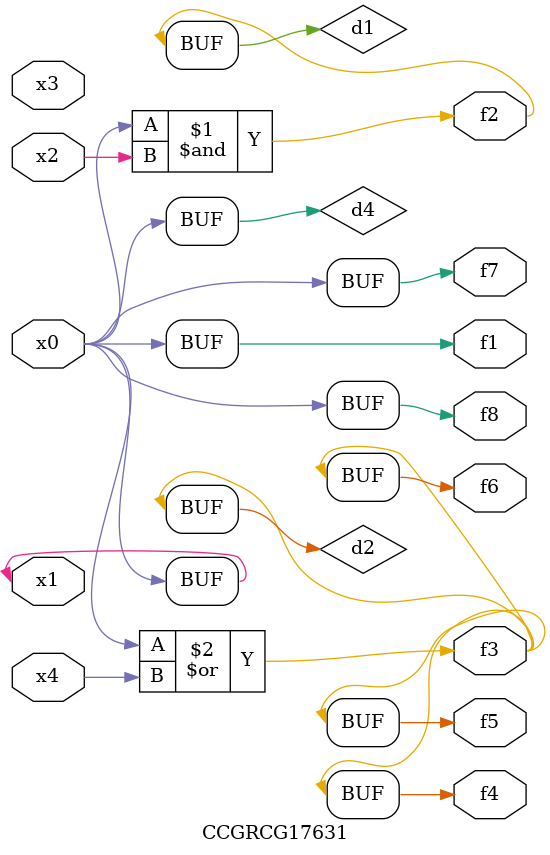
<source format=v>
module CCGRCG17631(
	input x0, x1, x2, x3, x4,
	output f1, f2, f3, f4, f5, f6, f7, f8
);

	wire d1, d2, d3, d4;

	and (d1, x0, x2);
	or (d2, x0, x4);
	nand (d3, x0, x2);
	buf (d4, x0, x1);
	assign f1 = d4;
	assign f2 = d1;
	assign f3 = d2;
	assign f4 = d2;
	assign f5 = d2;
	assign f6 = d2;
	assign f7 = d4;
	assign f8 = d4;
endmodule

</source>
